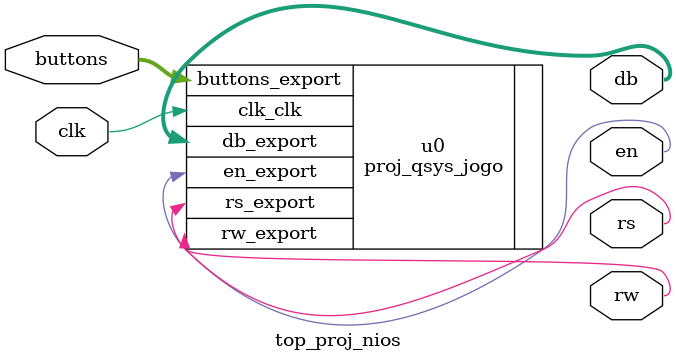
<source format=v>
module top_proj_nios(
	input clk,
	input [3:0] buttons,
	output en,
	output rw,
	output rs,
	output [7:0] db
);


		proj_qsys_jogo u0 (
		.buttons_export (buttons), // buttons.export
		.clk_clk        (clk),        //     clk.clk
		.db_export      (db),      //      db.export
		.en_export      (en),      //      en.export
		.rs_export      (rs),      //      rs.export
		.rw_export      (rw)       //      rw.export
	);


endmodule

</source>
